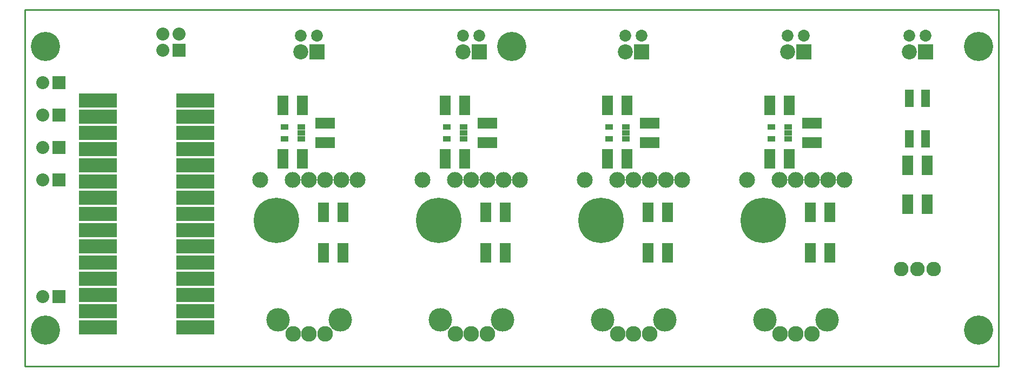
<source format=gbs>
G04 (created by PCBNEW-RS274X (2010-03-14)-final) date Mon 23 May 2011 11:29:30 AM PDT*
G01*
G70*
G90*
%MOIN*%
G04 Gerber Fmt 3.4, Leading zero omitted, Abs format*
%FSLAX34Y34*%
G04 APERTURE LIST*
%ADD10C,0.006000*%
%ADD11C,0.009000*%
%ADD12C,0.096000*%
%ADD13C,0.145000*%
%ADD14R,0.233000X0.089000*%
%ADD15C,0.090000*%
%ADD16R,0.049000X0.037000*%
%ADD17R,0.070000X0.120000*%
%ADD18R,0.120000X0.070000*%
%ADD19C,0.093000*%
%ADD20R,0.093000X0.093000*%
%ADD21C,0.073000*%
%ADD22R,0.080000X0.080000*%
%ADD23C,0.080000*%
%ADD24R,0.055000X0.105000*%
%ADD25C,0.098000*%
%ADD26C,0.280000*%
%ADD27C,0.180000*%
G04 APERTURE END LIST*
G54D10*
G54D11*
X25500Y-33500D02*
X25500Y-55500D01*
X85500Y-33500D02*
X25500Y-33500D01*
X85500Y-55500D02*
X85500Y-33500D01*
X25500Y-55500D02*
X85500Y-55500D01*
G54D12*
X42016Y-53500D03*
X43000Y-53500D03*
X43984Y-53500D03*
G54D13*
X41070Y-52634D03*
X44930Y-52634D03*
G54D12*
X72016Y-53500D03*
X73000Y-53500D03*
X73984Y-53500D03*
G54D13*
X71070Y-52634D03*
X74930Y-52634D03*
G54D12*
X62016Y-53500D03*
X63000Y-53500D03*
X63984Y-53500D03*
G54D13*
X61070Y-52634D03*
X64930Y-52634D03*
G54D12*
X52016Y-53500D03*
X53000Y-53500D03*
X53984Y-53500D03*
G54D13*
X51070Y-52634D03*
X54930Y-52634D03*
G54D14*
X30000Y-39100D03*
X30000Y-40100D03*
X30000Y-41100D03*
X30000Y-42100D03*
X30000Y-43100D03*
X30000Y-44100D03*
X30000Y-45100D03*
X30000Y-46100D03*
X30000Y-47100D03*
X30000Y-48100D03*
X30000Y-49100D03*
X30000Y-50100D03*
X30000Y-51100D03*
X30000Y-52100D03*
X30000Y-53100D03*
X36000Y-53100D03*
X36000Y-52100D03*
X36000Y-51100D03*
X36000Y-50100D03*
X36000Y-49100D03*
X36000Y-48100D03*
X36000Y-47100D03*
X36000Y-46100D03*
X36000Y-45100D03*
X36000Y-44100D03*
X36000Y-43100D03*
X36000Y-42100D03*
X36000Y-41100D03*
X36000Y-40100D03*
X36000Y-39100D03*
G54D15*
X81500Y-49500D03*
X80500Y-49500D03*
X79500Y-49500D03*
G54D16*
X42510Y-40725D03*
X42510Y-41100D03*
X42510Y-41475D03*
X41490Y-41475D03*
X41490Y-40725D03*
X52510Y-40725D03*
X52510Y-41100D03*
X52510Y-41475D03*
X51490Y-41475D03*
X51490Y-40725D03*
X62510Y-40725D03*
X62510Y-41100D03*
X62510Y-41475D03*
X61490Y-41475D03*
X61490Y-40725D03*
X72510Y-40725D03*
X72510Y-41100D03*
X72510Y-41475D03*
X71490Y-41475D03*
X71490Y-40725D03*
G54D17*
X81100Y-45500D03*
X79900Y-45500D03*
X42600Y-39400D03*
X41400Y-39400D03*
X43900Y-46000D03*
X45100Y-46000D03*
X52600Y-39400D03*
X51400Y-39400D03*
X53900Y-46000D03*
X55100Y-46000D03*
X62600Y-39400D03*
X61400Y-39400D03*
X63900Y-46000D03*
X65100Y-46000D03*
X72600Y-39400D03*
X71400Y-39400D03*
X73900Y-46000D03*
X75100Y-46000D03*
X43900Y-48500D03*
X45100Y-48500D03*
X41400Y-42700D03*
X42600Y-42700D03*
G54D18*
X44000Y-41700D03*
X44000Y-40500D03*
G54D17*
X53900Y-48500D03*
X55100Y-48500D03*
X51400Y-42700D03*
X52600Y-42700D03*
G54D18*
X54000Y-41700D03*
X54000Y-40500D03*
G54D17*
X63900Y-48500D03*
X65100Y-48500D03*
X61400Y-42700D03*
X62600Y-42700D03*
G54D18*
X64000Y-41700D03*
X64000Y-40500D03*
G54D17*
X73900Y-48500D03*
X75100Y-48500D03*
X71400Y-42700D03*
X72600Y-42700D03*
G54D18*
X74000Y-41700D03*
X74000Y-40500D03*
G54D19*
X42500Y-36100D03*
G54D20*
X43500Y-36100D03*
G54D21*
X43500Y-35100D03*
X42500Y-35100D03*
G54D19*
X52500Y-36100D03*
G54D20*
X53500Y-36100D03*
G54D21*
X53500Y-35100D03*
X52500Y-35100D03*
G54D19*
X62500Y-36100D03*
G54D20*
X63500Y-36100D03*
G54D21*
X63500Y-35100D03*
X62500Y-35100D03*
G54D19*
X72500Y-36100D03*
G54D20*
X73500Y-36100D03*
G54D21*
X73500Y-35100D03*
X72500Y-35100D03*
G54D22*
X35000Y-36000D03*
G54D23*
X34000Y-36000D03*
X35000Y-35000D03*
X34000Y-35000D03*
G54D22*
X27600Y-51200D03*
G54D23*
X26600Y-51200D03*
G54D22*
X27600Y-44000D03*
G54D23*
X26600Y-44000D03*
G54D22*
X27600Y-42000D03*
G54D23*
X26600Y-42000D03*
G54D22*
X27600Y-40000D03*
G54D23*
X26600Y-40000D03*
G54D22*
X27600Y-38000D03*
G54D23*
X26600Y-38000D03*
G54D24*
X80000Y-41450D03*
X80000Y-38950D03*
X81000Y-41450D03*
X81000Y-38950D03*
G54D17*
X81100Y-43100D03*
X79900Y-43100D03*
G54D19*
X80000Y-36100D03*
G54D20*
X81000Y-36100D03*
G54D21*
X81000Y-35100D03*
X80000Y-35100D03*
G54D25*
X43000Y-44000D03*
X44000Y-44000D03*
X45000Y-44000D03*
X46000Y-44000D03*
X42000Y-44000D03*
X40000Y-44000D03*
G54D26*
X41000Y-46500D03*
G54D25*
X73000Y-44000D03*
X74000Y-44000D03*
X75000Y-44000D03*
X76000Y-44000D03*
X72000Y-44000D03*
X70000Y-44000D03*
G54D26*
X71000Y-46500D03*
G54D25*
X63000Y-44000D03*
X64000Y-44000D03*
X65000Y-44000D03*
X66000Y-44000D03*
X62000Y-44000D03*
X60000Y-44000D03*
G54D26*
X61000Y-46500D03*
G54D25*
X53000Y-44000D03*
X54000Y-44000D03*
X55000Y-44000D03*
X56000Y-44000D03*
X52000Y-44000D03*
X50000Y-44000D03*
G54D26*
X51000Y-46500D03*
G54D27*
X84250Y-35750D03*
X55500Y-35750D03*
X26750Y-35750D03*
X26750Y-53250D03*
X84250Y-53250D03*
M02*

</source>
